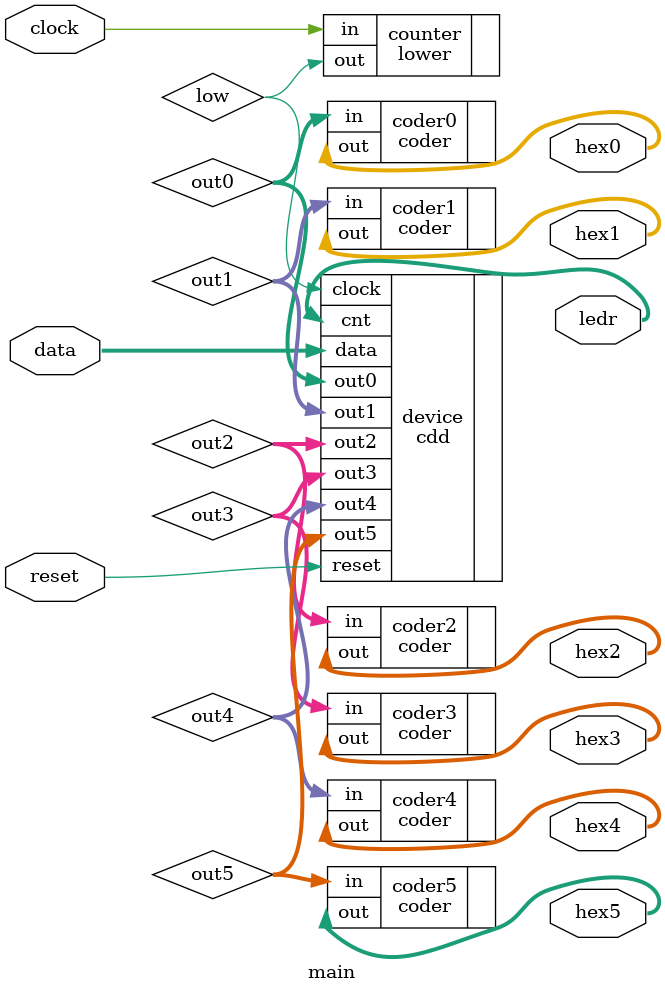
<source format=v>
/*
 * main.v
 * Main module connecting all modules.
 *
 * @license: Unlicense
 * @version: 1.0
 * @author: Sherzod Mamadaliev
 *          Yaroslav Cherepanov
 *
 */
module main (
	clock, 
	reset,
	data,
	hex0,
	hex1,
	hex2,
	hex3,
	hex4,
	hex5,
	ledr
);

    // inputs
    input clock;        // CLOCK50
    input reset;        // KEY[0]
    input [3:0] data;   // SW[0]...SW[3]

    // outputs
    output [6:0] hex0;  // HEX[0]
    output [6:0] hex1;  // HEX[1]
    output [6:0] hex2;  // HEX[2]
    output [6:0] hex3;  // HEX[3]
    output [6:0] hex4;  // HEX[4]
    output [6:0] hex5;  // HEX[5]
    output [2:0] ledr;  // LEDR[0]...LEDR[2]

    // wires
    wire low;
    wire [3:0] out0;
    wire [3:0] out1;
    wire [3:0] out2;
    wire [3:0] out3;
    wire [3:0] out4;
    wire [3:0] out5;

    // low counter
    lower counter (
        .in(clock),
        .out(low)
    );

    // cdd
    cdd device (
        .clock(low),
         .reset(reset),
         .data(data),
         .out0(out0),
         .out1(out1),
         .out2(out2),
         .out3(out3),
         .out4(out4),
         .out5(out5),
        .cnt(ledr)
    );

    // coders
    coder coder0 (
        .in(out0),
        .out(hex0)
    );

    coder coder1 (
        .in(out1),
        .out(hex1)
    );

    coder coder2 (
        .in(out2),
        .out(hex2)
    );

    coder coder3 (
        .in(out3),
        .out(hex3)
    );

    coder coder4 (
        .in(out4),
        .out(hex4)
    );

    coder coder5 (
        .in(out5),
        .out(hex5)
    );

endmodule

</source>
